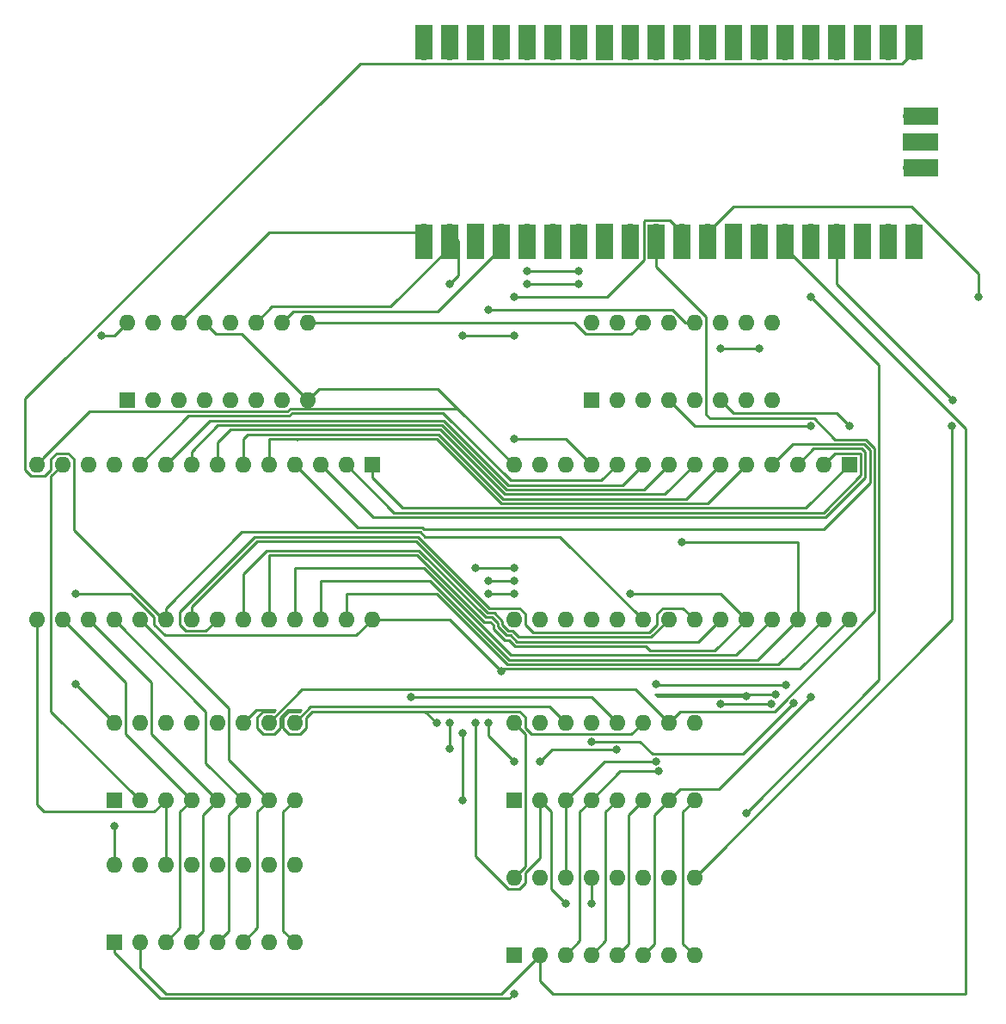
<source format=gbr>
%TF.GenerationSoftware,KiCad,Pcbnew,5.1.10*%
%TF.CreationDate,2021-08-11T14:36:07-04:00*%
%TF.ProjectId,TestSchematic,54657374-5363-4686-956d-617469632e6b,rev?*%
%TF.SameCoordinates,Original*%
%TF.FileFunction,Copper,L1,Top*%
%TF.FilePolarity,Positive*%
%FSLAX46Y46*%
G04 Gerber Fmt 4.6, Leading zero omitted, Abs format (unit mm)*
G04 Created by KiCad (PCBNEW 5.1.10) date 2021-08-11 14:36:07*
%MOMM*%
%LPD*%
G01*
G04 APERTURE LIST*
%TA.AperFunction,ComponentPad*%
%ADD10O,1.700000X1.700000*%
%TD*%
%TA.AperFunction,ComponentPad*%
%ADD11R,1.700000X1.700000*%
%TD*%
%TA.AperFunction,SMDPad,CuDef*%
%ADD12R,1.700000X3.500000*%
%TD*%
%TA.AperFunction,SMDPad,CuDef*%
%ADD13R,3.500000X1.700000*%
%TD*%
%TA.AperFunction,ComponentPad*%
%ADD14R,1.600000X1.600000*%
%TD*%
%TA.AperFunction,ComponentPad*%
%ADD15O,1.600000X1.600000*%
%TD*%
%TA.AperFunction,ViaPad*%
%ADD16C,0.800000*%
%TD*%
%TA.AperFunction,Conductor*%
%ADD17C,0.250000*%
%TD*%
G04 APERTURE END LIST*
D10*
%TO.P,U9,1*%
%TO.N,Net-(U7-Pad14)*%
X95250000Y-87630000D03*
%TO.P,U9,2*%
%TO.N,Net-(U7-Pad11)*%
X97790000Y-87630000D03*
D11*
%TO.P,U9,3*%
%TO.N,Net-(U9-Pad3)*%
X100330000Y-87630000D03*
D10*
%TO.P,U9,4*%
%TO.N,Net-(U7-Pad10)*%
X102870000Y-87630000D03*
%TO.P,U9,5*%
%TO.N,Net-(U7-Pad12)*%
X105410000Y-87630000D03*
%TO.P,U9,6*%
%TO.N,Net-(U9-Pad6)*%
X107950000Y-87630000D03*
%TO.P,U9,7*%
%TO.N,Net-(U3-Pad14)*%
X110490000Y-87630000D03*
D11*
%TO.P,U9,8*%
%TO.N,Net-(U9-Pad8)*%
X113030000Y-87630000D03*
D10*
%TO.P,U9,9*%
%TO.N,Net-(U3-Pad11)*%
X115570000Y-87630000D03*
%TO.P,U9,10*%
%TO.N,Net-(U3-Pad10)*%
X118110000Y-87630000D03*
%TO.P,U9,11*%
%TO.N,Net-(U3-Pad12)*%
X120650000Y-87630000D03*
%TO.P,U9,12*%
%TO.N,Net-(U3-Pad13)*%
X123190000Y-87630000D03*
D11*
%TO.P,U9,13*%
%TO.N,Net-(U1-Pad8)*%
X125730000Y-87630000D03*
D10*
%TO.P,U9,14*%
%TO.N,Net-(U9-Pad14)*%
X128270000Y-87630000D03*
%TO.P,U9,15*%
%TO.N,Net-(U1-Pad2)*%
X130810000Y-87630000D03*
%TO.P,U9,16*%
%TO.N,Net-(U1-Pad15)*%
X133350000Y-87630000D03*
%TO.P,U9,17*%
%TO.N,Net-(U2-Pad9)*%
X135890000Y-87630000D03*
D11*
%TO.P,U9,18*%
%TO.N,Net-(U9-Pad18)*%
X138430000Y-87630000D03*
D10*
%TO.P,U9,19*%
%TO.N,Net-(U5-Pad27)*%
X140970000Y-87630000D03*
%TO.P,U9,20*%
%TO.N,Net-(U5-Pad22)*%
X143510000Y-87630000D03*
%TO.P,U9,21*%
%TO.N,Net-(U5-Pad20)*%
X143510000Y-69850000D03*
%TO.P,U9,22*%
%TO.N,Net-(U9-Pad22)*%
X140970000Y-69850000D03*
D11*
%TO.P,U9,23*%
%TO.N,Net-(U9-Pad23)*%
X138430000Y-69850000D03*
D10*
%TO.P,U9,24*%
%TO.N,Net-(U9-Pad24)*%
X135890000Y-69850000D03*
%TO.P,U9,25*%
%TO.N,Net-(U9-Pad25)*%
X133350000Y-69850000D03*
%TO.P,U9,26*%
%TO.N,Net-(U9-Pad26)*%
X130810000Y-69850000D03*
%TO.P,U9,27*%
%TO.N,Net-(U9-Pad27)*%
X128270000Y-69850000D03*
D11*
%TO.P,U9,28*%
%TO.N,Net-(U9-Pad28)*%
X125730000Y-69850000D03*
D10*
%TO.P,U9,29*%
%TO.N,Net-(U9-Pad29)*%
X123190000Y-69850000D03*
%TO.P,U9,30*%
%TO.N,Net-(U9-Pad30)*%
X120650000Y-69850000D03*
%TO.P,U9,31*%
%TO.N,Net-(U9-Pad31)*%
X118110000Y-69850000D03*
%TO.P,U9,32*%
%TO.N,Net-(U9-Pad32)*%
X115570000Y-69850000D03*
D11*
%TO.P,U9,33*%
%TO.N,Net-(U9-Pad33)*%
X113030000Y-69850000D03*
D10*
%TO.P,U9,34*%
%TO.N,Net-(U9-Pad34)*%
X110490000Y-69850000D03*
%TO.P,U9,35*%
%TO.N,Net-(U9-Pad35)*%
X107950000Y-69850000D03*
%TO.P,U9,36*%
%TO.N,Net-(U1-Pad16)*%
X105410000Y-69850000D03*
%TO.P,U9,37*%
%TO.N,Net-(U9-Pad37)*%
X102870000Y-69850000D03*
D11*
%TO.P,U9,38*%
%TO.N,Net-(U9-Pad38)*%
X100330000Y-69850000D03*
D10*
%TO.P,U9,39*%
%TO.N,Net-(U9-Pad39)*%
X97790000Y-69850000D03*
%TO.P,U9,40*%
%TO.N,Net-(U9-Pad40)*%
X95250000Y-69850000D03*
D12*
%TO.P,U9,1*%
%TO.N,Net-(U7-Pad14)*%
X95250000Y-88530000D03*
%TO.P,U9,2*%
%TO.N,Net-(U7-Pad11)*%
X97790000Y-88530000D03*
%TO.P,U9,3*%
%TO.N,Net-(U9-Pad3)*%
X100330000Y-88530000D03*
%TO.P,U9,4*%
%TO.N,Net-(U7-Pad10)*%
X102870000Y-88530000D03*
%TO.P,U9,5*%
%TO.N,Net-(U7-Pad12)*%
X105410000Y-88530000D03*
%TO.P,U9,6*%
%TO.N,Net-(U9-Pad6)*%
X107950000Y-88530000D03*
%TO.P,U9,7*%
%TO.N,Net-(U3-Pad14)*%
X110490000Y-88530000D03*
%TO.P,U9,8*%
%TO.N,Net-(U9-Pad8)*%
X113030000Y-88530000D03*
%TO.P,U9,9*%
%TO.N,Net-(U3-Pad11)*%
X115570000Y-88530000D03*
%TO.P,U9,10*%
%TO.N,Net-(U3-Pad10)*%
X118110000Y-88530000D03*
%TO.P,U9,11*%
%TO.N,Net-(U3-Pad12)*%
X120650000Y-88530000D03*
%TO.P,U9,12*%
%TO.N,Net-(U3-Pad13)*%
X123190000Y-88530000D03*
%TO.P,U9,13*%
%TO.N,Net-(U1-Pad8)*%
X125730000Y-88530000D03*
%TO.P,U9,14*%
%TO.N,Net-(U9-Pad14)*%
X128270000Y-88530000D03*
%TO.P,U9,15*%
%TO.N,Net-(U1-Pad2)*%
X130810000Y-88530000D03*
%TO.P,U9,16*%
%TO.N,Net-(U1-Pad15)*%
X133350000Y-88530000D03*
%TO.P,U9,17*%
%TO.N,Net-(U2-Pad9)*%
X135890000Y-88530000D03*
%TO.P,U9,18*%
%TO.N,Net-(U9-Pad18)*%
X138430000Y-88530000D03*
%TO.P,U9,19*%
%TO.N,Net-(U5-Pad27)*%
X140970000Y-88530000D03*
%TO.P,U9,20*%
%TO.N,Net-(U5-Pad22)*%
X143510000Y-88530000D03*
%TO.P,U9,40*%
%TO.N,Net-(U9-Pad40)*%
X95250000Y-68950000D03*
%TO.P,U9,39*%
%TO.N,Net-(U9-Pad39)*%
X97790000Y-68950000D03*
%TO.P,U9,38*%
%TO.N,Net-(U9-Pad38)*%
X100330000Y-68950000D03*
%TO.P,U9,37*%
%TO.N,Net-(U9-Pad37)*%
X102870000Y-68950000D03*
%TO.P,U9,36*%
%TO.N,Net-(U1-Pad16)*%
X105410000Y-68950000D03*
%TO.P,U9,35*%
%TO.N,Net-(U9-Pad35)*%
X107950000Y-68950000D03*
%TO.P,U9,34*%
%TO.N,Net-(U9-Pad34)*%
X110490000Y-68950000D03*
%TO.P,U9,33*%
%TO.N,Net-(U9-Pad33)*%
X113030000Y-68950000D03*
%TO.P,U9,32*%
%TO.N,Net-(U9-Pad32)*%
X115570000Y-68950000D03*
%TO.P,U9,31*%
%TO.N,Net-(U9-Pad31)*%
X118110000Y-68950000D03*
%TO.P,U9,30*%
%TO.N,Net-(U9-Pad30)*%
X120650000Y-68950000D03*
%TO.P,U9,29*%
%TO.N,Net-(U9-Pad29)*%
X123190000Y-68950000D03*
%TO.P,U9,28*%
%TO.N,Net-(U9-Pad28)*%
X125730000Y-68950000D03*
%TO.P,U9,27*%
%TO.N,Net-(U9-Pad27)*%
X128270000Y-68950000D03*
%TO.P,U9,26*%
%TO.N,Net-(U9-Pad26)*%
X130810000Y-68950000D03*
%TO.P,U9,25*%
%TO.N,Net-(U9-Pad25)*%
X133350000Y-68950000D03*
%TO.P,U9,24*%
%TO.N,Net-(U9-Pad24)*%
X135890000Y-68950000D03*
%TO.P,U9,23*%
%TO.N,Net-(U9-Pad23)*%
X138430000Y-68950000D03*
%TO.P,U9,22*%
%TO.N,Net-(U9-Pad22)*%
X140970000Y-68950000D03*
%TO.P,U9,21*%
%TO.N,Net-(U5-Pad20)*%
X143510000Y-68950000D03*
D13*
%TO.P,U9,41*%
%TO.N,Net-(U9-Pad41)*%
X144180000Y-81280000D03*
D10*
X143280000Y-81280000D03*
D13*
%TO.P,U9,42*%
%TO.N,Net-(U9-Pad42)*%
X144180000Y-78740000D03*
D11*
X143280000Y-78740000D03*
D13*
%TO.P,U9,43*%
%TO.N,Net-(U9-Pad43)*%
X144180000Y-76200000D03*
D10*
X143280000Y-76200000D03*
%TD*%
D14*
%TO.P,U8,1*%
%TO.N,Net-(U5-Pad24)*%
X111760000Y-104140000D03*
D15*
%TO.P,U8,9*%
%TO.N,Net-(U8-Pad9)*%
X129540000Y-96520000D03*
%TO.P,U8,2*%
%TO.N,Net-(U5-Pad21)*%
X114300000Y-104140000D03*
%TO.P,U8,10*%
%TO.N,Net-(U7-Pad10)*%
X127000000Y-96520000D03*
%TO.P,U8,3*%
%TO.N,Net-(U5-Pad23)*%
X116840000Y-104140000D03*
%TO.P,U8,11*%
%TO.N,Net-(U7-Pad11)*%
X124460000Y-96520000D03*
%TO.P,U8,4*%
%TO.N,Net-(U5-Pad2)*%
X119380000Y-104140000D03*
%TO.P,U8,12*%
%TO.N,Net-(U7-Pad12)*%
X121920000Y-96520000D03*
%TO.P,U8,5*%
%TO.N,Net-(U5-Pad26)*%
X121920000Y-104140000D03*
%TO.P,U8,13*%
%TO.N,Net-(U1-Pad8)*%
X119380000Y-96520000D03*
%TO.P,U8,6*%
%TO.N,Net-(U5-Pad1)*%
X124460000Y-104140000D03*
%TO.P,U8,14*%
%TO.N,Net-(U7-Pad9)*%
X116840000Y-96520000D03*
%TO.P,U8,7*%
%TO.N,Net-(U8-Pad7)*%
X127000000Y-104140000D03*
%TO.P,U8,15*%
%TO.N,Net-(U5-Pad25)*%
X114300000Y-96520000D03*
%TO.P,U8,8*%
%TO.N,Net-(U1-Pad8)*%
X129540000Y-104140000D03*
%TO.P,U8,16*%
%TO.N,Net-(U1-Pad16)*%
X111760000Y-96520000D03*
%TD*%
D14*
%TO.P,U7,1*%
%TO.N,Net-(U5-Pad9)*%
X66040000Y-104140000D03*
D15*
%TO.P,U7,9*%
%TO.N,Net-(U7-Pad9)*%
X83820000Y-96520000D03*
%TO.P,U7,2*%
%TO.N,Net-(U5-Pad8)*%
X68580000Y-104140000D03*
%TO.P,U7,10*%
%TO.N,Net-(U7-Pad10)*%
X81280000Y-96520000D03*
%TO.P,U7,3*%
%TO.N,Net-(U5-Pad7)*%
X71120000Y-104140000D03*
%TO.P,U7,11*%
%TO.N,Net-(U7-Pad11)*%
X78740000Y-96520000D03*
%TO.P,U7,4*%
%TO.N,Net-(U5-Pad6)*%
X73660000Y-104140000D03*
%TO.P,U7,12*%
%TO.N,Net-(U7-Pad12)*%
X76200000Y-96520000D03*
%TO.P,U7,5*%
%TO.N,Net-(U5-Pad5)*%
X76200000Y-104140000D03*
%TO.P,U7,13*%
%TO.N,Net-(U1-Pad8)*%
X73660000Y-96520000D03*
%TO.P,U7,6*%
%TO.N,Net-(U5-Pad4)*%
X78740000Y-104140000D03*
%TO.P,U7,14*%
%TO.N,Net-(U7-Pad14)*%
X71120000Y-96520000D03*
%TO.P,U7,7*%
%TO.N,Net-(U5-Pad3)*%
X81280000Y-104140000D03*
%TO.P,U7,15*%
%TO.N,Net-(U5-Pad10)*%
X68580000Y-96520000D03*
%TO.P,U7,8*%
%TO.N,Net-(U1-Pad8)*%
X83820000Y-104140000D03*
%TO.P,U7,16*%
%TO.N,Net-(U1-Pad16)*%
X66040000Y-96520000D03*
%TD*%
%TO.P,U6,28*%
%TO.N,Net-(U1-Pad16)*%
X137160000Y-125730000D03*
%TO.P,U6,14*%
%TO.N,Net-(U1-Pad8)*%
X104140000Y-110490000D03*
%TO.P,U6,27*%
%TO.N,Net-(U5-Pad27)*%
X134620000Y-125730000D03*
%TO.P,U6,13*%
%TO.N,Net-(U2-Pad13)*%
X106680000Y-110490000D03*
%TO.P,U6,26*%
%TO.N,Net-(U5-Pad26)*%
X132080000Y-125730000D03*
%TO.P,U6,12*%
%TO.N,Net-(U2-Pad12)*%
X109220000Y-110490000D03*
%TO.P,U6,25*%
%TO.N,Net-(U5-Pad25)*%
X129540000Y-125730000D03*
%TO.P,U6,11*%
%TO.N,Net-(U2-Pad11)*%
X111760000Y-110490000D03*
%TO.P,U6,24*%
%TO.N,Net-(U5-Pad24)*%
X127000000Y-125730000D03*
%TO.P,U6,10*%
%TO.N,Net-(U5-Pad10)*%
X114300000Y-110490000D03*
%TO.P,U6,23*%
%TO.N,Net-(U5-Pad23)*%
X124460000Y-125730000D03*
%TO.P,U6,9*%
%TO.N,Net-(U5-Pad9)*%
X116840000Y-110490000D03*
%TO.P,U6,22*%
%TO.N,Net-(U5-Pad22)*%
X121920000Y-125730000D03*
%TO.P,U6,8*%
%TO.N,Net-(U5-Pad8)*%
X119380000Y-110490000D03*
%TO.P,U6,21*%
%TO.N,Net-(U5-Pad21)*%
X119380000Y-125730000D03*
%TO.P,U6,7*%
%TO.N,Net-(U5-Pad7)*%
X121920000Y-110490000D03*
%TO.P,U6,20*%
%TO.N,Net-(U5-Pad20)*%
X116840000Y-125730000D03*
%TO.P,U6,6*%
%TO.N,Net-(U5-Pad6)*%
X124460000Y-110490000D03*
%TO.P,U6,19*%
%TO.N,Net-(U2-Pad6)*%
X114300000Y-125730000D03*
%TO.P,U6,5*%
%TO.N,Net-(U5-Pad5)*%
X127000000Y-110490000D03*
%TO.P,U6,18*%
%TO.N,Net-(U2-Pad5)*%
X111760000Y-125730000D03*
%TO.P,U6,4*%
%TO.N,Net-(U5-Pad4)*%
X129540000Y-110490000D03*
%TO.P,U6,17*%
%TO.N,Net-(U2-Pad4)*%
X109220000Y-125730000D03*
%TO.P,U6,3*%
%TO.N,Net-(U5-Pad3)*%
X132080000Y-110490000D03*
%TO.P,U6,16*%
%TO.N,Net-(U2-Pad3)*%
X106680000Y-125730000D03*
%TO.P,U6,2*%
%TO.N,Net-(U5-Pad2)*%
X134620000Y-110490000D03*
%TO.P,U6,15*%
%TO.N,Net-(U2-Pad14)*%
X104140000Y-125730000D03*
D14*
%TO.P,U6,1*%
%TO.N,Net-(U5-Pad1)*%
X137160000Y-110490000D03*
%TD*%
D15*
%TO.P,U5,28*%
%TO.N,Net-(U1-Pad16)*%
X90170000Y-125730000D03*
%TO.P,U5,14*%
%TO.N,Net-(U1-Pad8)*%
X57150000Y-110490000D03*
%TO.P,U5,27*%
%TO.N,Net-(U5-Pad27)*%
X87630000Y-125730000D03*
%TO.P,U5,13*%
%TO.N,Net-(U1-Pad13)*%
X59690000Y-110490000D03*
%TO.P,U5,26*%
%TO.N,Net-(U5-Pad26)*%
X85090000Y-125730000D03*
%TO.P,U5,12*%
%TO.N,Net-(U1-Pad12)*%
X62230000Y-110490000D03*
%TO.P,U5,25*%
%TO.N,Net-(U5-Pad25)*%
X82550000Y-125730000D03*
%TO.P,U5,11*%
%TO.N,Net-(U1-Pad11)*%
X64770000Y-110490000D03*
%TO.P,U5,24*%
%TO.N,Net-(U5-Pad24)*%
X80010000Y-125730000D03*
%TO.P,U5,10*%
%TO.N,Net-(U5-Pad10)*%
X67310000Y-110490000D03*
%TO.P,U5,23*%
%TO.N,Net-(U5-Pad23)*%
X77470000Y-125730000D03*
%TO.P,U5,9*%
%TO.N,Net-(U5-Pad9)*%
X69850000Y-110490000D03*
%TO.P,U5,22*%
%TO.N,Net-(U5-Pad22)*%
X74930000Y-125730000D03*
%TO.P,U5,8*%
%TO.N,Net-(U5-Pad8)*%
X72390000Y-110490000D03*
%TO.P,U5,21*%
%TO.N,Net-(U5-Pad21)*%
X72390000Y-125730000D03*
%TO.P,U5,7*%
%TO.N,Net-(U5-Pad7)*%
X74930000Y-110490000D03*
%TO.P,U5,20*%
%TO.N,Net-(U5-Pad20)*%
X69850000Y-125730000D03*
%TO.P,U5,6*%
%TO.N,Net-(U5-Pad6)*%
X77470000Y-110490000D03*
%TO.P,U5,19*%
%TO.N,Net-(U1-Pad6)*%
X67310000Y-125730000D03*
%TO.P,U5,5*%
%TO.N,Net-(U5-Pad5)*%
X80010000Y-110490000D03*
%TO.P,U5,18*%
%TO.N,Net-(U1-Pad5)*%
X64770000Y-125730000D03*
%TO.P,U5,4*%
%TO.N,Net-(U5-Pad4)*%
X82550000Y-110490000D03*
%TO.P,U5,17*%
%TO.N,Net-(U1-Pad4)*%
X62230000Y-125730000D03*
%TO.P,U5,3*%
%TO.N,Net-(U5-Pad3)*%
X85090000Y-110490000D03*
%TO.P,U5,16*%
%TO.N,Net-(U1-Pad3)*%
X59690000Y-125730000D03*
%TO.P,U5,2*%
%TO.N,Net-(U5-Pad2)*%
X87630000Y-110490000D03*
%TO.P,U5,15*%
%TO.N,Net-(U1-Pad14)*%
X57150000Y-125730000D03*
D14*
%TO.P,U5,1*%
%TO.N,Net-(U5-Pad1)*%
X90170000Y-110490000D03*
%TD*%
D15*
%TO.P,U4,16*%
%TO.N,Net-(U1-Pad16)*%
X104140000Y-135890000D03*
%TO.P,U4,8*%
%TO.N,Net-(U1-Pad8)*%
X121920000Y-143510000D03*
%TO.P,U4,15*%
%TO.N,Net-(U2-Pad11)*%
X106680000Y-135890000D03*
%TO.P,U4,7*%
%TO.N,Net-(U2-Pad6)*%
X119380000Y-143510000D03*
%TO.P,U4,14*%
%TO.N,Net-(U3-Pad9)*%
X109220000Y-135890000D03*
%TO.P,U4,6*%
%TO.N,Net-(U2-Pad5)*%
X116840000Y-143510000D03*
%TO.P,U4,13*%
%TO.N,Net-(U3-Pad13)*%
X111760000Y-135890000D03*
%TO.P,U4,5*%
%TO.N,Net-(U2-Pad4)*%
X114300000Y-143510000D03*
%TO.P,U4,12*%
%TO.N,Net-(U3-Pad12)*%
X114300000Y-135890000D03*
%TO.P,U4,4*%
%TO.N,Net-(U2-Pad3)*%
X111760000Y-143510000D03*
%TO.P,U4,11*%
%TO.N,Net-(U3-Pad11)*%
X116840000Y-135890000D03*
%TO.P,U4,3*%
%TO.N,Net-(U2-Pad14)*%
X109220000Y-143510000D03*
%TO.P,U4,10*%
%TO.N,Net-(U3-Pad10)*%
X119380000Y-135890000D03*
%TO.P,U4,2*%
%TO.N,Net-(U2-Pad13)*%
X106680000Y-143510000D03*
%TO.P,U4,9*%
%TO.N,Net-(U4-Pad9)*%
X121920000Y-135890000D03*
D14*
%TO.P,U4,1*%
%TO.N,Net-(U2-Pad12)*%
X104140000Y-143510000D03*
%TD*%
D15*
%TO.P,U3,16*%
%TO.N,Net-(U1-Pad16)*%
X64770000Y-135890000D03*
%TO.P,U3,8*%
%TO.N,Net-(U1-Pad8)*%
X82550000Y-143510000D03*
%TO.P,U3,15*%
%TO.N,Net-(U1-Pad11)*%
X67310000Y-135890000D03*
%TO.P,U3,7*%
%TO.N,Net-(U1-Pad6)*%
X80010000Y-143510000D03*
%TO.P,U3,14*%
%TO.N,Net-(U3-Pad14)*%
X69850000Y-135890000D03*
%TO.P,U3,6*%
%TO.N,Net-(U1-Pad5)*%
X77470000Y-143510000D03*
%TO.P,U3,13*%
%TO.N,Net-(U3-Pad13)*%
X72390000Y-135890000D03*
%TO.P,U3,5*%
%TO.N,Net-(U1-Pad4)*%
X74930000Y-143510000D03*
%TO.P,U3,12*%
%TO.N,Net-(U3-Pad12)*%
X74930000Y-135890000D03*
%TO.P,U3,4*%
%TO.N,Net-(U1-Pad3)*%
X72390000Y-143510000D03*
%TO.P,U3,11*%
%TO.N,Net-(U3-Pad11)*%
X77470000Y-135890000D03*
%TO.P,U3,3*%
%TO.N,Net-(U1-Pad14)*%
X69850000Y-143510000D03*
%TO.P,U3,10*%
%TO.N,Net-(U3-Pad10)*%
X80010000Y-135890000D03*
%TO.P,U3,2*%
%TO.N,Net-(U1-Pad13)*%
X67310000Y-143510000D03*
%TO.P,U3,9*%
%TO.N,Net-(U3-Pad9)*%
X82550000Y-135890000D03*
D14*
%TO.P,U3,1*%
%TO.N,Net-(U1-Pad12)*%
X64770000Y-143510000D03*
%TD*%
%TO.P,U2,1*%
%TO.N,Net-(U1-Pad1)*%
X104140000Y-158750000D03*
D15*
%TO.P,U2,9*%
%TO.N,Net-(U2-Pad9)*%
X121920000Y-151130000D03*
%TO.P,U2,2*%
%TO.N,Net-(U1-Pad2)*%
X106680000Y-158750000D03*
%TO.P,U2,10*%
%TO.N,Net-(U1-Pad9)*%
X119380000Y-151130000D03*
%TO.P,U2,3*%
%TO.N,Net-(U2-Pad3)*%
X109220000Y-158750000D03*
%TO.P,U2,11*%
%TO.N,Net-(U2-Pad11)*%
X116840000Y-151130000D03*
%TO.P,U2,4*%
%TO.N,Net-(U2-Pad4)*%
X111760000Y-158750000D03*
%TO.P,U2,12*%
%TO.N,Net-(U2-Pad12)*%
X114300000Y-151130000D03*
%TO.P,U2,5*%
%TO.N,Net-(U2-Pad5)*%
X114300000Y-158750000D03*
%TO.P,U2,13*%
%TO.N,Net-(U2-Pad13)*%
X111760000Y-151130000D03*
%TO.P,U2,6*%
%TO.N,Net-(U2-Pad6)*%
X116840000Y-158750000D03*
%TO.P,U2,14*%
%TO.N,Net-(U2-Pad14)*%
X109220000Y-151130000D03*
%TO.P,U2,7*%
%TO.N,Net-(U2-Pad7)*%
X119380000Y-158750000D03*
%TO.P,U2,15*%
%TO.N,Net-(U1-Pad15)*%
X106680000Y-151130000D03*
%TO.P,U2,8*%
%TO.N,Net-(U1-Pad8)*%
X121920000Y-158750000D03*
%TO.P,U2,16*%
%TO.N,Net-(U1-Pad16)*%
X104140000Y-151130000D03*
%TD*%
%TO.P,U1,16*%
%TO.N,Net-(U1-Pad16)*%
X64770000Y-149860000D03*
%TO.P,U1,8*%
%TO.N,Net-(U1-Pad8)*%
X82550000Y-157480000D03*
%TO.P,U1,15*%
%TO.N,Net-(U1-Pad15)*%
X67310000Y-149860000D03*
%TO.P,U1,7*%
%TO.N,Net-(U1-Pad7)*%
X80010000Y-157480000D03*
%TO.P,U1,14*%
%TO.N,Net-(U1-Pad14)*%
X69850000Y-149860000D03*
%TO.P,U1,6*%
%TO.N,Net-(U1-Pad6)*%
X77470000Y-157480000D03*
%TO.P,U1,13*%
%TO.N,Net-(U1-Pad13)*%
X72390000Y-149860000D03*
%TO.P,U1,5*%
%TO.N,Net-(U1-Pad5)*%
X74930000Y-157480000D03*
%TO.P,U1,12*%
%TO.N,Net-(U1-Pad12)*%
X74930000Y-149860000D03*
%TO.P,U1,4*%
%TO.N,Net-(U1-Pad4)*%
X72390000Y-157480000D03*
%TO.P,U1,11*%
%TO.N,Net-(U1-Pad11)*%
X77470000Y-149860000D03*
%TO.P,U1,3*%
%TO.N,Net-(U1-Pad3)*%
X69850000Y-157480000D03*
%TO.P,U1,10*%
%TO.N,Net-(U1-Pad10)*%
X80010000Y-149860000D03*
%TO.P,U1,2*%
%TO.N,Net-(U1-Pad2)*%
X67310000Y-157480000D03*
%TO.P,U1,9*%
%TO.N,Net-(U1-Pad9)*%
X82550000Y-149860000D03*
D14*
%TO.P,U1,1*%
%TO.N,Net-(U1-Pad1)*%
X64770000Y-157480000D03*
%TD*%
D16*
%TO.N,Net-(U1-Pad15)*%
X127000000Y-144780000D03*
X133350000Y-93980000D03*
%TO.N,Net-(U1-Pad8)*%
X128270000Y-99060000D03*
X124460000Y-99060000D03*
%TO.N,Net-(U1-Pad1)*%
X104140000Y-162560000D03*
%TO.N,Net-(U2-Pad14)*%
X118110000Y-139700000D03*
%TO.N,Net-(U2-Pad6)*%
X133350000Y-133350000D03*
X130885154Y-132155154D03*
X118110000Y-132080000D03*
%TO.N,Net-(U2-Pad13)*%
X109220000Y-153670000D03*
X111760000Y-153670000D03*
X104140000Y-120650000D03*
X100330000Y-120650000D03*
X100330000Y-135890000D03*
%TO.N,Net-(U2-Pad5)*%
X127000000Y-133314999D03*
X129933573Y-133106734D03*
%TO.N,Net-(U2-Pad12)*%
X104140000Y-121920000D03*
X101600000Y-121920000D03*
X99060000Y-136885009D03*
X99060000Y-143510000D03*
%TO.N,Net-(U2-Pad4)*%
X104140000Y-123190000D03*
X101600000Y-123190000D03*
X101600000Y-135890000D03*
X104140000Y-139700000D03*
X106680000Y-139700000D03*
X114224846Y-138505154D03*
%TO.N,Net-(U2-Pad11)*%
X97790000Y-138430000D03*
X97790000Y-135890000D03*
X104140000Y-107950000D03*
%TO.N,Net-(U2-Pad3)*%
X124460000Y-134039999D03*
X129514849Y-134014848D03*
X118425152Y-140654848D03*
%TO.N,Net-(U2-Pad9)*%
X147304846Y-106695154D03*
X147320000Y-104140000D03*
%TO.N,Net-(U3-Pad13)*%
X149860000Y-93980000D03*
X131704508Y-133970187D03*
X111760000Y-137740001D03*
%TO.N,Net-(U3-Pad12)*%
X93980000Y-133350000D03*
X104140000Y-93980000D03*
%TO.N,Net-(U3-Pad11)*%
X96520000Y-135890000D03*
%TO.N,Net-(U5-Pad26)*%
X120650000Y-118110000D03*
%TO.N,Net-(U5-Pad24)*%
X115570000Y-123190000D03*
%TO.N,Net-(U5-Pad2)*%
X133350000Y-106680000D03*
%TO.N,Net-(U5-Pad1)*%
X137160000Y-106680000D03*
%TO.N,Net-(U7-Pad12)*%
X101600000Y-95250000D03*
%TO.N,Net-(U7-Pad11)*%
X97790000Y-92710000D03*
X105410000Y-92710000D03*
X110490000Y-92710000D03*
%TO.N,Net-(U7-Pad10)*%
X105410000Y-91440000D03*
X110490000Y-91440000D03*
%TO.N,Net-(U1-Pad16)*%
X104140000Y-97790000D03*
X99060000Y-97790000D03*
X64770000Y-146050000D03*
X60960000Y-132080000D03*
X60960000Y-123190000D03*
X102870000Y-130810000D03*
X63500000Y-97790000D03*
%TD*%
D17*
%TO.N,Net-(U1-Pad15)*%
X140085039Y-131694961D02*
X140085039Y-100715039D01*
X140085039Y-100715039D02*
X133350000Y-93980000D01*
X127000000Y-144780000D02*
X140085039Y-131694961D01*
%TO.N,Net-(U1-Pad8)*%
X82125014Y-104959988D02*
X81820001Y-105265001D01*
X81820001Y-105265001D02*
X62374999Y-105265001D01*
X57949999Y-109690001D02*
X57150000Y-110490000D01*
X98609988Y-104959988D02*
X82125014Y-104959988D01*
X104140000Y-110490000D02*
X98609988Y-104959988D01*
X62374999Y-105265001D02*
X57949999Y-109690001D01*
X77325001Y-97645001D02*
X83820000Y-104140000D01*
X74785001Y-97645001D02*
X77325001Y-97645001D01*
X73660000Y-96520000D02*
X74785001Y-97645001D01*
X81424999Y-156354999D02*
X82550000Y-157480000D01*
X81424999Y-144635001D02*
X81424999Y-156354999D01*
X82550000Y-143510000D02*
X81424999Y-144635001D01*
X120794999Y-157624999D02*
X121920000Y-158750000D01*
X120794999Y-144635001D02*
X120794999Y-157624999D01*
X121920000Y-143510000D02*
X120794999Y-144635001D01*
X128270000Y-99060000D02*
X124460000Y-99060000D01*
X96664999Y-103014999D02*
X98609988Y-104959988D01*
X84945001Y-103014999D02*
X96664999Y-103014999D01*
X83820000Y-104140000D02*
X84945001Y-103014999D01*
%TO.N,Net-(U1-Pad14)*%
X68724999Y-144635001D02*
X69850000Y-143510000D01*
X57150000Y-143905002D02*
X57879999Y-144635001D01*
X57879999Y-144635001D02*
X68724999Y-144635001D01*
X57150000Y-125730000D02*
X57150000Y-143905002D01*
X69850000Y-143510000D02*
X69850000Y-149860000D01*
%TO.N,Net-(U1-Pad6)*%
X78884999Y-156065001D02*
X77470000Y-157480000D01*
X78884999Y-144635001D02*
X78884999Y-156065001D01*
X80010000Y-143510000D02*
X78884999Y-144635001D01*
X76055001Y-134475001D02*
X67310000Y-125730000D01*
X76055001Y-139555001D02*
X76055001Y-134475001D01*
X80010000Y-143510000D02*
X76055001Y-139555001D01*
%TO.N,Net-(U1-Pad13)*%
X58564999Y-111615001D02*
X59690000Y-110490000D01*
X58564999Y-134764999D02*
X58564999Y-111615001D01*
X67310000Y-143510000D02*
X58564999Y-134764999D01*
%TO.N,Net-(U1-Pad5)*%
X76055001Y-156354999D02*
X74930000Y-157480000D01*
X76055001Y-144924999D02*
X76055001Y-156354999D01*
X77470000Y-143510000D02*
X76055001Y-144924999D01*
X73804999Y-134764999D02*
X64770000Y-125730000D01*
X73804999Y-139844999D02*
X73804999Y-134764999D01*
X77470000Y-143510000D02*
X73804999Y-139844999D01*
%TO.N,Net-(U1-Pad4)*%
X73515001Y-156354999D02*
X72390000Y-157480000D01*
X73515001Y-144924999D02*
X73515001Y-156354999D01*
X74930000Y-143510000D02*
X73515001Y-144924999D01*
X68435001Y-131935001D02*
X62230000Y-125730000D01*
X68435001Y-137015001D02*
X68435001Y-131935001D01*
X74930000Y-143510000D02*
X68435001Y-137015001D01*
%TO.N,Net-(U1-Pad3)*%
X71264999Y-156065001D02*
X69850000Y-157480000D01*
X71264999Y-144635001D02*
X71264999Y-156065001D01*
X72390000Y-143510000D02*
X71264999Y-144635001D01*
X65895001Y-131935001D02*
X59690000Y-125730000D01*
X65895001Y-137015001D02*
X65895001Y-131935001D01*
X72390000Y-143510000D02*
X65895001Y-137015001D01*
%TO.N,Net-(U1-Pad1)*%
X103689991Y-163010009D02*
X104140000Y-162560000D01*
X69250009Y-163010009D02*
X103689991Y-163010009D01*
X64770000Y-158530000D02*
X69250009Y-163010009D01*
X64770000Y-157480000D02*
X64770000Y-158530000D01*
%TO.N,Net-(U2-Pad14)*%
X109220000Y-143510000D02*
X109220000Y-151130000D01*
X113030000Y-139700000D02*
X109220000Y-143510000D01*
X118110000Y-139700000D02*
X113030000Y-139700000D01*
%TO.N,Net-(U2-Pad6)*%
X117965001Y-157624999D02*
X116840000Y-158750000D01*
X117965001Y-144924999D02*
X117965001Y-157624999D01*
X119380000Y-143510000D02*
X117965001Y-144924999D01*
X120505001Y-142384999D02*
X124315001Y-142384999D01*
X119380000Y-143510000D02*
X120505001Y-142384999D01*
X124315001Y-142384999D02*
X133350000Y-133350000D01*
X118185154Y-132155154D02*
X118110000Y-132080000D01*
X130885154Y-132155154D02*
X118185154Y-132155154D01*
%TO.N,Net-(U2-Pad13)*%
X107805001Y-152255001D02*
X109220000Y-153670000D01*
X107805001Y-144635001D02*
X107805001Y-152255001D01*
X106680000Y-143510000D02*
X107805001Y-144635001D01*
X111760000Y-153670000D02*
X111760000Y-151130000D01*
X104140000Y-120650000D02*
X100330000Y-120650000D01*
X106680000Y-149226410D02*
X106680000Y-143510000D01*
X105265001Y-150641409D02*
X106680000Y-149226410D01*
X105265001Y-151670001D02*
X105265001Y-150641409D01*
X104680001Y-152255001D02*
X105265001Y-151670001D01*
X103599999Y-152255001D02*
X104680001Y-152255001D01*
X100330000Y-148985002D02*
X103599999Y-152255001D01*
X100330000Y-135890000D02*
X100330000Y-148985002D01*
%TO.N,Net-(U2-Pad5)*%
X115425001Y-157624999D02*
X114300000Y-158750000D01*
X115425001Y-144924999D02*
X115425001Y-157624999D01*
X116840000Y-143510000D02*
X115425001Y-144924999D01*
X118063732Y-133106734D02*
X129933573Y-133106734D01*
X118271997Y-133314999D02*
X118063732Y-133106734D01*
X127000000Y-133314999D02*
X118271997Y-133314999D01*
%TO.N,Net-(U2-Pad12)*%
X101796998Y-121920000D02*
X101600000Y-121920000D01*
X104140000Y-121920000D02*
X101796998Y-121920000D01*
X99060000Y-136885009D02*
X99060000Y-143510000D01*
%TO.N,Net-(U2-Pad4)*%
X113174999Y-157335001D02*
X111760000Y-158750000D01*
X113174999Y-144635001D02*
X113174999Y-157335001D01*
X114300000Y-143510000D02*
X113174999Y-144635001D01*
X104140000Y-123190000D02*
X101600000Y-123190000D01*
X101600000Y-137160000D02*
X104140000Y-139700000D01*
X101600000Y-135890000D02*
X101600000Y-137160000D01*
X107874846Y-138505154D02*
X114224846Y-138505154D01*
X106680000Y-139700000D02*
X107874846Y-138505154D01*
%TO.N,Net-(U2-Pad11)*%
X97790000Y-138430000D02*
X97790000Y-135890000D01*
X109220000Y-107950000D02*
X111760000Y-110490000D01*
X104140000Y-107950000D02*
X109220000Y-107950000D01*
%TO.N,Net-(U2-Pad3)*%
X110634999Y-157335001D02*
X109220000Y-158750000D01*
X110634999Y-144635001D02*
X110634999Y-157335001D01*
X111760000Y-143510000D02*
X110634999Y-144635001D01*
X129489698Y-134039999D02*
X129514849Y-134014848D01*
X124460000Y-134039999D02*
X129489698Y-134039999D01*
X114615152Y-140654848D02*
X111760000Y-143510000D01*
X118425152Y-140654848D02*
X114615152Y-140654848D01*
%TO.N,Net-(U2-Pad9)*%
X147304846Y-125745154D02*
X147304846Y-106695154D01*
X121920000Y-151130000D02*
X147304846Y-125745154D01*
X135890000Y-92710000D02*
X135890000Y-87630000D01*
X147320000Y-104140000D02*
X135890000Y-92710000D01*
%TO.N,Net-(U3-Pad13)*%
X123190000Y-87630000D02*
X125730000Y-85090000D01*
X143255002Y-85090000D02*
X149860000Y-91694998D01*
X125730000Y-85090000D02*
X143255002Y-85090000D01*
X149860000Y-91694998D02*
X149860000Y-93980000D01*
X116527001Y-137740001D02*
X111760000Y-137740001D01*
X117761999Y-138974999D02*
X116527001Y-137740001D01*
X126699696Y-138974999D02*
X117761999Y-138974999D01*
X131704508Y-133970187D02*
X126699696Y-138974999D01*
%TO.N,Net-(U3-Pad12)*%
X111760000Y-133350000D02*
X114300000Y-135890000D01*
X93980000Y-133350000D02*
X111760000Y-133350000D01*
X119474999Y-86454999D02*
X120650000Y-87630000D01*
X116999999Y-86454999D02*
X119474999Y-86454999D01*
X116934999Y-86519999D02*
X116999999Y-86454999D01*
X116934999Y-90350003D02*
X116934999Y-86519999D01*
X113305002Y-93980000D02*
X116934999Y-90350003D01*
X104140000Y-93980000D02*
X113305002Y-93980000D01*
%TO.N,Net-(U3-Pad11)*%
X115714999Y-137015001D02*
X116840000Y-135890000D01*
X105901411Y-137015001D02*
X115714999Y-137015001D01*
X105265001Y-136378591D02*
X105901411Y-137015001D01*
X105265001Y-135349999D02*
X105265001Y-136378591D01*
X104680001Y-134764999D02*
X105265001Y-135349999D01*
X84311411Y-134764999D02*
X104680001Y-134764999D01*
X83675001Y-135401409D02*
X84311411Y-134764999D01*
X83090001Y-137015001D02*
X83675001Y-136430001D01*
X82009999Y-137015001D02*
X83090001Y-137015001D01*
X81424999Y-136430001D02*
X82009999Y-137015001D01*
X81424999Y-135349999D02*
X81424999Y-136430001D01*
X77470000Y-135890000D02*
X78740000Y-134620000D01*
X83675001Y-136430001D02*
X83675001Y-135401409D01*
X78740000Y-134620000D02*
X80643590Y-134620000D01*
X80643590Y-134620000D02*
X80498591Y-134764999D01*
X82009999Y-134764999D02*
X81424999Y-135349999D01*
X80498591Y-134764999D02*
X79469999Y-134764999D01*
X79469999Y-134764999D02*
X78884999Y-135349999D01*
X78884999Y-135349999D02*
X78884999Y-136430001D01*
X81135001Y-135401409D02*
X81916410Y-134620000D01*
X78884999Y-136430001D02*
X79469999Y-137015001D01*
X81916410Y-134620000D02*
X83183590Y-134620000D01*
X79469999Y-137015001D02*
X80550001Y-137015001D01*
X83183590Y-134620000D02*
X83038591Y-134764999D01*
X80550001Y-137015001D02*
X81135001Y-136430001D01*
X83038591Y-134764999D02*
X82009999Y-134764999D01*
X81135001Y-136430001D02*
X81135001Y-135401409D01*
X96520000Y-135890000D02*
X95394999Y-134764999D01*
%TO.N,Net-(U3-Pad10)*%
X116114999Y-132624999D02*
X119380000Y-135890000D01*
X83275001Y-132624999D02*
X116114999Y-132624999D01*
X80010000Y-135890000D02*
X83275001Y-132624999D01*
X120505001Y-134764999D02*
X119380000Y-135890000D01*
X129790003Y-134764999D02*
X120505001Y-134764999D01*
X139635029Y-124919973D02*
X129790003Y-134764999D01*
X138779202Y-108014970D02*
X139635029Y-108870797D01*
X135757972Y-108014970D02*
X138779202Y-108014970D01*
X133698001Y-105954999D02*
X135757972Y-108014970D01*
X123445001Y-105954999D02*
X133698001Y-105954999D01*
X123045001Y-105554999D02*
X123445001Y-105954999D01*
X123045001Y-95979999D02*
X123045001Y-105554999D01*
X139635029Y-108870797D02*
X139635029Y-124919973D01*
X118110000Y-91044998D02*
X123045001Y-95979999D01*
X118110000Y-87630000D02*
X118110000Y-91044998D01*
%TO.N,Net-(U3-Pad9)*%
X107644989Y-134314989D02*
X109220000Y-135890000D01*
X84125011Y-134314989D02*
X107644989Y-134314989D01*
X82550000Y-135890000D02*
X84125011Y-134314989D01*
%TO.N,Net-(U5-Pad27)*%
X87630000Y-125730000D02*
X87630000Y-123190000D01*
X103477247Y-130150067D02*
X130199933Y-130150067D01*
X96517180Y-123190000D02*
X103477247Y-130150067D01*
X130199933Y-130150067D02*
X134620000Y-125730000D01*
X87630000Y-123190000D02*
X96517180Y-123190000D01*
%TO.N,Net-(U5-Pad26)*%
X128109943Y-129700057D02*
X132080000Y-125730000D01*
X103663647Y-129700057D02*
X128109943Y-129700057D01*
X95883590Y-121920000D02*
X103663647Y-129700057D01*
X85090000Y-121920000D02*
X95883590Y-121920000D01*
X85090000Y-125730000D02*
X85090000Y-121920000D01*
X120650000Y-118110000D02*
X132080000Y-118110000D01*
X132080000Y-118110000D02*
X132080000Y-125730000D01*
%TO.N,Net-(U5-Pad25)*%
X82550000Y-125730000D02*
X82550000Y-120650000D01*
X126019953Y-129250047D02*
X129540000Y-125730000D01*
X95250000Y-120650000D02*
X103850047Y-129250047D01*
X103850047Y-129250047D02*
X126019953Y-129250047D01*
X82550000Y-120650000D02*
X95250000Y-120650000D01*
%TO.N,Net-(U5-Pad24)*%
X123929962Y-128800038D02*
X127000000Y-125730000D01*
X117579962Y-128800038D02*
X123929962Y-128800038D01*
X104220025Y-128350026D02*
X117129950Y-128350026D01*
X103625023Y-127755022D02*
X104220025Y-128350026D01*
X102114981Y-126642803D02*
X103227199Y-127755022D01*
X102114980Y-126244979D02*
X102114981Y-126642803D01*
X101825032Y-125955030D02*
X102114980Y-126244979D01*
X101191439Y-125955030D02*
X101825032Y-125955030D01*
X117129950Y-128350026D02*
X117579962Y-128800038D01*
X80010000Y-125730000D02*
X80010000Y-119380000D01*
X80010000Y-119380000D02*
X94616410Y-119380000D01*
X103227199Y-127755022D02*
X103625023Y-127755022D01*
X94616410Y-119380000D02*
X101191439Y-125955030D01*
X124460000Y-123190000D02*
X127000000Y-125730000D01*
X115570000Y-123190000D02*
X124460000Y-123190000D01*
%TO.N,Net-(U5-Pad10)*%
X103801995Y-112049945D02*
X112740055Y-112049945D01*
X72084988Y-105715012D02*
X82006401Y-105715012D01*
X112740055Y-112049945D02*
X114300000Y-110490000D01*
X82006401Y-105715012D02*
X82311415Y-105409999D01*
X97162049Y-105409999D02*
X103801995Y-112049945D01*
X82311415Y-105409999D02*
X97162049Y-105409999D01*
X67310000Y-110490000D02*
X72084988Y-105715012D01*
%TO.N,Net-(U5-Pad23)*%
X103413599Y-127305011D02*
X103811423Y-127305011D01*
X122289985Y-127900015D02*
X124460000Y-125730000D01*
X102564989Y-126058577D02*
X102564990Y-126456402D01*
X103811423Y-127305011D02*
X104406425Y-127900015D01*
X102011432Y-125505019D02*
X102564989Y-126058577D01*
X101377839Y-125505019D02*
X102011432Y-125505019D01*
X77470000Y-121283589D02*
X79823600Y-118929989D01*
X79823600Y-118929989D02*
X94802809Y-118929989D01*
X94802809Y-118929989D02*
X101377839Y-125505019D01*
X104406425Y-127900015D02*
X122289985Y-127900015D01*
X77470000Y-125730000D02*
X77470000Y-121283589D01*
X102564990Y-126456402D02*
X103413599Y-127305011D01*
%TO.N,Net-(U5-Pad9)*%
X82192802Y-106165022D02*
X82207868Y-106149957D01*
X82207868Y-106149957D02*
X97265596Y-106149957D01*
X69850000Y-110490000D02*
X74174977Y-106165023D01*
X97265596Y-106149957D02*
X103615595Y-112499956D01*
X74174977Y-106165023D02*
X82192802Y-106165022D01*
X103615595Y-112499956D02*
X114830044Y-112499956D01*
X114830044Y-112499956D02*
X116840000Y-110490000D01*
%TO.N,Net-(U5-Pad22)*%
X105994995Y-126999995D02*
X117473595Y-126999995D01*
X118839999Y-124604999D02*
X120794999Y-124604999D01*
X74930000Y-125730000D02*
X73804999Y-126855001D01*
X71849999Y-126855001D02*
X71264999Y-126270001D01*
X118254999Y-126218591D02*
X118254999Y-125189999D01*
X105265001Y-125189999D02*
X105265001Y-126270001D01*
X118254999Y-125189999D02*
X118839999Y-124604999D01*
X73804999Y-126855001D02*
X71849999Y-126855001D01*
X71264999Y-126270001D02*
X71264999Y-124948591D01*
X101750639Y-124604999D02*
X104680001Y-124604999D01*
X71264999Y-124948591D02*
X78633633Y-117579957D01*
X94725597Y-117579957D02*
X101750639Y-124604999D01*
X105265001Y-126270001D02*
X105994995Y-126999995D01*
X104680001Y-124604999D02*
X105265001Y-125189999D01*
X117473595Y-126999995D02*
X118254999Y-126218591D01*
X120794999Y-124604999D02*
X121920000Y-125730000D01*
X78633633Y-117579957D02*
X94725597Y-117579957D01*
%TO.N,Net-(U5-Pad8)*%
X82394265Y-106599968D02*
X97079200Y-106599968D01*
X74994968Y-106615032D02*
X82379201Y-106615032D01*
X97079200Y-106599968D02*
X103429199Y-112949967D01*
X103429199Y-112949967D02*
X116920033Y-112949967D01*
X72390000Y-110490000D02*
X72390000Y-109220000D01*
X116920033Y-112949967D02*
X119380000Y-110490000D01*
X72390000Y-109220000D02*
X74994968Y-106615032D01*
X82379201Y-106615032D02*
X82394265Y-106599968D01*
%TO.N,Net-(U5-Pad21)*%
X117659995Y-127450005D02*
X119380000Y-125730000D01*
X94539197Y-118029967D02*
X101564239Y-125055009D01*
X72390000Y-125730000D02*
X72390000Y-124460000D01*
X103014999Y-125872178D02*
X103014999Y-126270001D01*
X103599999Y-126855001D02*
X103997822Y-126855001D01*
X78820033Y-118029967D02*
X94539197Y-118029967D01*
X72390000Y-124460000D02*
X78820033Y-118029967D01*
X101564239Y-125055009D02*
X102197831Y-125055009D01*
X103997822Y-126855001D02*
X104592825Y-127450005D01*
X104592825Y-127450005D02*
X117659995Y-127450005D01*
X102197831Y-125055009D02*
X103014999Y-125872178D01*
X103014999Y-126270001D02*
X103599999Y-126855001D01*
%TO.N,Net-(U5-Pad7)*%
X74930000Y-110490000D02*
X74930000Y-108335039D01*
X119010022Y-113399978D02*
X121920000Y-110490000D01*
X82565601Y-107065043D02*
X82580665Y-107049979D01*
X96892801Y-107049979D02*
X103242800Y-113399978D01*
X82580665Y-107049979D02*
X96892801Y-107049979D01*
X76199996Y-107065043D02*
X82565601Y-107065043D01*
X103242800Y-113399978D02*
X119010022Y-113399978D01*
X74930000Y-108335039D02*
X76199996Y-107065043D01*
%TO.N,Net-(U5-Pad20)*%
X94911997Y-117129946D02*
X95362006Y-117579956D01*
X69850000Y-125730000D02*
X69850000Y-124598630D01*
X95362006Y-117579956D02*
X108689956Y-117579956D01*
X69850000Y-124598630D02*
X77318684Y-117129946D01*
X108689956Y-117579956D02*
X116840000Y-125730000D01*
X77318684Y-117129946D02*
X94911997Y-117129946D01*
X142334999Y-71025001D02*
X88994999Y-71025001D01*
X143510000Y-69850000D02*
X142334999Y-71025001D01*
X69611412Y-125730000D02*
X69850000Y-125730000D01*
X60815001Y-116933589D02*
X69611412Y-125730000D01*
X60815001Y-109949999D02*
X60815001Y-116933589D01*
X60230001Y-109364999D02*
X60815001Y-109949999D01*
X58564999Y-110978591D02*
X58564999Y-109949999D01*
X59149999Y-109364999D02*
X60230001Y-109364999D01*
X56609999Y-111615001D02*
X57928589Y-111615001D01*
X58564999Y-109949999D02*
X59149999Y-109364999D01*
X56024999Y-111030001D02*
X56609999Y-111615001D01*
X56024999Y-103995001D02*
X56024999Y-111030001D01*
X57928589Y-111615001D02*
X58564999Y-110978591D01*
X88994999Y-71025001D02*
X56024999Y-103995001D01*
%TO.N,Net-(U5-Pad6)*%
X82707805Y-107515058D02*
X82722873Y-107499990D01*
X77904942Y-107515058D02*
X82707805Y-107515058D01*
X121100011Y-113849989D02*
X124460000Y-110490000D01*
X82722873Y-107499990D02*
X96706396Y-107499990D01*
X77470000Y-110490000D02*
X77470000Y-107950000D01*
X103056395Y-113849989D02*
X121100011Y-113849989D01*
X77470000Y-107950000D02*
X77904942Y-107515058D01*
X96706396Y-107499990D02*
X103056395Y-113849989D01*
%TO.N,Net-(U5-Pad5)*%
X102870000Y-114300000D02*
X123190000Y-114300000D01*
X96535065Y-107965065D02*
X102870000Y-114300000D01*
X82938392Y-107965065D02*
X96535065Y-107965065D01*
X82938387Y-107965069D02*
X82938392Y-107965065D01*
X82938344Y-107965069D02*
X82938387Y-107965069D01*
X82938315Y-107965097D02*
X82938344Y-107965069D01*
X82931254Y-107965096D02*
X82938315Y-107965097D01*
X82926127Y-107969953D02*
X82931254Y-107965096D01*
X82908689Y-107969482D02*
X82926127Y-107969953D01*
X80010000Y-110490000D02*
X80010000Y-107965068D01*
X80010000Y-107965068D02*
X80085330Y-107965066D01*
X82895148Y-107981783D02*
X82895155Y-107981784D01*
X80085330Y-107965066D02*
X82287477Y-107965066D01*
X82895155Y-107981784D02*
X82908689Y-107969482D01*
X82287477Y-107965066D02*
X82327315Y-107965068D01*
X82833187Y-108003975D02*
X82833206Y-108003977D01*
X82327315Y-107965068D02*
X82656495Y-107990386D01*
X82833206Y-108003977D02*
X82860994Y-107980161D01*
X82656495Y-107990386D02*
X82833172Y-108003988D01*
X82860994Y-107980161D02*
X82895144Y-107981787D01*
X123190000Y-114300000D02*
X127000000Y-110490000D01*
X82833172Y-108003988D02*
X82833187Y-108003975D01*
X82895144Y-107981787D02*
X82895148Y-107981783D01*
%TO.N,Net-(U5-Pad4)*%
X95258462Y-116840000D02*
X134620000Y-116840000D01*
X138592801Y-108464979D02*
X131565021Y-108464979D01*
X139185019Y-112274981D02*
X139185019Y-109057197D01*
X88739935Y-116679935D02*
X95098397Y-116679935D01*
X82550000Y-110490000D02*
X88739935Y-116679935D01*
X95098397Y-116679935D02*
X95258462Y-116840000D01*
X139185019Y-109057197D02*
X138592801Y-108464979D01*
X134620000Y-116840000D02*
X139185019Y-112274981D01*
X131565021Y-108464979D02*
X129540000Y-110490000D01*
%TO.N,Net-(U5-Pad3)*%
X133655011Y-108914989D02*
X132080000Y-110490000D01*
X138406401Y-108914989D02*
X133655011Y-108914989D01*
X138735010Y-109243598D02*
X138406401Y-108914989D01*
X138735011Y-111736401D02*
X138735010Y-109243598D01*
X134821385Y-115650027D02*
X138735011Y-111736401D01*
X90250027Y-115650027D02*
X134821385Y-115650027D01*
X85090000Y-110490000D02*
X90250027Y-115650027D01*
%TO.N,Net-(U5-Pad2)*%
X135745001Y-109364999D02*
X134620000Y-110490000D01*
X138285001Y-109429999D02*
X138220001Y-109364999D01*
X138285001Y-111550001D02*
X138285001Y-109429999D01*
X134634984Y-115200018D02*
X138285001Y-111550001D01*
X92340018Y-115200018D02*
X134634984Y-115200018D01*
X138220001Y-109364999D02*
X135745001Y-109364999D01*
X87630000Y-110490000D02*
X92340018Y-115200018D01*
X121920000Y-106680000D02*
X119380000Y-104140000D01*
X133350000Y-106680000D02*
X121920000Y-106680000D01*
%TO.N,Net-(U5-Pad1)*%
X90170000Y-110490000D02*
X90170000Y-111760000D01*
X132899991Y-114750009D02*
X137160000Y-110490000D01*
X93160009Y-114750009D02*
X132899991Y-114750009D01*
X90170000Y-111760000D02*
X93160009Y-114750009D01*
X135890000Y-105410000D02*
X137160000Y-106680000D01*
X125730000Y-105410000D02*
X135890000Y-105410000D01*
X124460000Y-104140000D02*
X125730000Y-105410000D01*
%TO.N,Net-(U7-Pad14)*%
X80010000Y-87630000D02*
X71120000Y-96520000D01*
X95250000Y-87630000D02*
X80010000Y-87630000D01*
%TO.N,Net-(U7-Pad12)*%
X105410000Y-87630000D02*
X105410000Y-89175002D01*
X121045002Y-96520000D02*
X121920000Y-96520000D01*
X119775002Y-95250000D02*
X121045002Y-96520000D01*
X101600000Y-95250000D02*
X119775002Y-95250000D01*
%TO.N,Net-(U7-Pad11)*%
X80315011Y-94944989D02*
X78740000Y-96520000D01*
X92020013Y-94944989D02*
X80315011Y-94944989D01*
X97790000Y-89175002D02*
X92020013Y-94944989D01*
X97790000Y-87630000D02*
X97790000Y-89175002D01*
X98639999Y-91860001D02*
X97790000Y-92710000D01*
X98639999Y-88479999D02*
X98639999Y-91860001D01*
X97790000Y-87630000D02*
X98639999Y-88479999D01*
X110490000Y-92710000D02*
X105410000Y-92710000D01*
%TO.N,Net-(U7-Pad10)*%
X82405001Y-95394999D02*
X81280000Y-96520000D01*
X96650003Y-95394999D02*
X82405001Y-95394999D01*
X102870000Y-89175002D02*
X96650003Y-95394999D01*
X102870000Y-87630000D02*
X102870000Y-89175002D01*
X105410000Y-91440000D02*
X110490000Y-91440000D01*
%TO.N,Net-(U7-Pad9)*%
X111219999Y-97645001D02*
X115714999Y-97645001D01*
X110094998Y-96520000D02*
X111219999Y-97645001D01*
X115714999Y-97645001D02*
X116840000Y-96520000D01*
X83820000Y-96520000D02*
X110094998Y-96520000D01*
%TO.N,Net-(U1-Pad16)*%
X132289924Y-130600076D02*
X137160000Y-125730000D01*
X97790000Y-125730000D02*
X102660076Y-130600076D01*
X102660076Y-130600076D02*
X132289924Y-130600076D01*
X90170000Y-125730000D02*
X97790000Y-125730000D01*
X104140000Y-97790000D02*
X99060000Y-97790000D01*
X105265001Y-150004999D02*
X105265001Y-137015001D01*
X105265001Y-137015001D02*
X104140000Y-135890000D01*
X104140000Y-151130000D02*
X105265001Y-150004999D01*
X64770000Y-149860000D02*
X64770000Y-146050000D01*
X64770000Y-135890000D02*
X60960000Y-132080000D01*
X88594990Y-127305010D02*
X90170000Y-125730000D01*
X68724999Y-126270001D02*
X69760008Y-127305010D01*
X69760008Y-127305010D02*
X88594990Y-127305010D01*
X66435002Y-123190000D02*
X68724999Y-125479997D01*
X68724999Y-125479997D02*
X68724999Y-126270001D01*
X60960000Y-123190000D02*
X66435002Y-123190000D01*
X64770000Y-97790000D02*
X66040000Y-96520000D01*
X63500000Y-97790000D02*
X64770000Y-97790000D01*
%TO.N,Net-(U1-Pad2)*%
X67310000Y-157480000D02*
X67310000Y-160020000D01*
X67310000Y-160020000D02*
X69850000Y-162560000D01*
X102870000Y-162560000D02*
X106680000Y-158750000D01*
X69850000Y-162560000D02*
X102870000Y-162560000D01*
X106680000Y-158750000D02*
X106680000Y-161290000D01*
X106680000Y-161290000D02*
X107950000Y-162560000D01*
X107950000Y-162560000D02*
X148590000Y-162560000D01*
X130810000Y-89175002D02*
X130810000Y-87630000D01*
X148590000Y-106955002D02*
X130810000Y-89175002D01*
X148590000Y-162560000D02*
X148590000Y-106955002D01*
%TD*%
M02*

</source>
